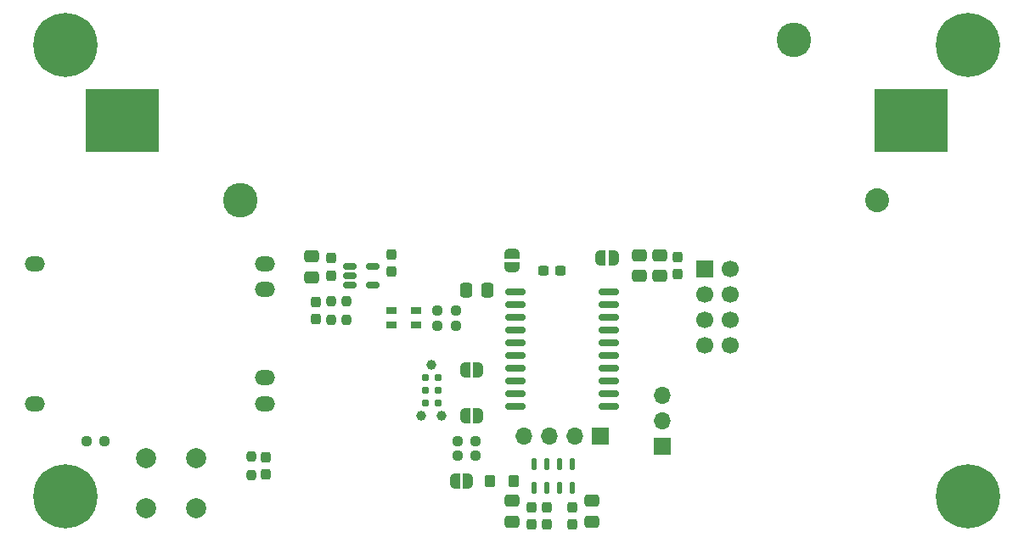
<source format=gbr>
%TF.GenerationSoftware,KiCad,Pcbnew,8.0.5-unknown-202409181836~355805756e~ubuntu24.04.1*%
%TF.CreationDate,2024-09-22T17:28:35+02:00*%
%TF.ProjectId,elevator_altimeter,656c6576-6174-46f7-925f-616c74696d65,rev?*%
%TF.SameCoordinates,Original*%
%TF.FileFunction,Soldermask,Top*%
%TF.FilePolarity,Negative*%
%FSLAX46Y46*%
G04 Gerber Fmt 4.6, Leading zero omitted, Abs format (unit mm)*
G04 Created by KiCad (PCBNEW 8.0.5-unknown-202409181836~355805756e~ubuntu24.04.1) date 2024-09-22 17:28:35*
%MOMM*%
%LPD*%
G01*
G04 APERTURE LIST*
G04 Aperture macros list*
%AMRoundRect*
0 Rectangle with rounded corners*
0 $1 Rounding radius*
0 $2 $3 $4 $5 $6 $7 $8 $9 X,Y pos of 4 corners*
0 Add a 4 corners polygon primitive as box body*
4,1,4,$2,$3,$4,$5,$6,$7,$8,$9,$2,$3,0*
0 Add four circle primitives for the rounded corners*
1,1,$1+$1,$2,$3*
1,1,$1+$1,$4,$5*
1,1,$1+$1,$6,$7*
1,1,$1+$1,$8,$9*
0 Add four rect primitives between the rounded corners*
20,1,$1+$1,$2,$3,$4,$5,0*
20,1,$1+$1,$4,$5,$6,$7,0*
20,1,$1+$1,$6,$7,$8,$9,0*
20,1,$1+$1,$8,$9,$2,$3,0*%
%AMFreePoly0*
4,1,19,0.500000,-0.750000,0.000000,-0.750000,0.000000,-0.744911,-0.071157,-0.744911,-0.207708,-0.704816,-0.327430,-0.627875,-0.420627,-0.520320,-0.479746,-0.390866,-0.500000,-0.250000,-0.500000,0.250000,-0.479746,0.390866,-0.420627,0.520320,-0.327430,0.627875,-0.207708,0.704816,-0.071157,0.744911,0.000000,0.744911,0.000000,0.750000,0.500000,0.750000,0.500000,-0.750000,0.500000,-0.750000,
$1*%
%AMFreePoly1*
4,1,19,0.000000,0.744911,0.071157,0.744911,0.207708,0.704816,0.327430,0.627875,0.420627,0.520320,0.479746,0.390866,0.500000,0.250000,0.500000,-0.250000,0.479746,-0.390866,0.420627,-0.520320,0.327430,-0.627875,0.207708,-0.704816,0.071157,-0.744911,0.000000,-0.744911,0.000000,-0.750000,-0.500000,-0.750000,-0.500000,0.750000,0.000000,0.750000,0.000000,0.744911,0.000000,0.744911,
$1*%
G04 Aperture macros list end*
%ADD10C,3.450000*%
%ADD11C,2.390000*%
%ADD12R,7.340000X6.350000*%
%ADD13C,0.800000*%
%ADD14C,6.400000*%
%ADD15O,2.000000X1.500000*%
%ADD16FreePoly0,270.000000*%
%ADD17FreePoly1,270.000000*%
%ADD18FreePoly0,0.000000*%
%ADD19FreePoly1,0.000000*%
%ADD20FreePoly0,180.000000*%
%ADD21FreePoly1,180.000000*%
%ADD22RoundRect,0.237500X-0.237500X0.300000X-0.237500X-0.300000X0.237500X-0.300000X0.237500X0.300000X0*%
%ADD23RoundRect,0.250000X-0.475000X0.337500X-0.475000X-0.337500X0.475000X-0.337500X0.475000X0.337500X0*%
%ADD24RoundRect,0.150000X-0.512500X-0.150000X0.512500X-0.150000X0.512500X0.150000X-0.512500X0.150000X0*%
%ADD25RoundRect,0.150000X0.875000X0.150000X-0.875000X0.150000X-0.875000X-0.150000X0.875000X-0.150000X0*%
%ADD26RoundRect,0.237500X0.250000X0.237500X-0.250000X0.237500X-0.250000X-0.237500X0.250000X-0.237500X0*%
%ADD27RoundRect,0.237500X-0.237500X0.250000X-0.237500X-0.250000X0.237500X-0.250000X0.237500X0.250000X0*%
%ADD28RoundRect,0.237500X-0.300000X-0.237500X0.300000X-0.237500X0.300000X0.237500X-0.300000X0.237500X0*%
%ADD29C,0.990600*%
%ADD30C,0.787400*%
%ADD31RoundRect,0.237500X-0.250000X-0.237500X0.250000X-0.237500X0.250000X0.237500X-0.250000X0.237500X0*%
%ADD32RoundRect,0.250000X-0.275000X-0.350000X0.275000X-0.350000X0.275000X0.350000X-0.275000X0.350000X0*%
%ADD33RoundRect,0.237500X0.237500X-0.250000X0.237500X0.250000X-0.237500X0.250000X-0.237500X-0.250000X0*%
%ADD34RoundRect,0.237500X0.237500X-0.300000X0.237500X0.300000X-0.237500X0.300000X-0.237500X-0.300000X0*%
%ADD35RoundRect,0.125000X0.125000X-0.475000X0.125000X0.475000X-0.125000X0.475000X-0.125000X-0.475000X0*%
%ADD36O,1.700000X1.700000*%
%ADD37R,1.700000X1.700000*%
%ADD38R,1.000000X0.800000*%
%ADD39C,2.000000*%
%ADD40C,1.700000*%
%ADD41RoundRect,0.250000X0.337500X0.475000X-0.337500X0.475000X-0.337500X-0.475000X0.337500X-0.475000X0*%
G04 APERTURE END LIST*
D10*
%TO.C,BT1*%
X102600000Y-47000000D03*
D11*
X110930000Y-63000000D03*
D10*
X47400000Y-63000000D03*
D12*
X114330000Y-55000000D03*
X35670000Y-55000000D03*
%TD*%
D13*
%TO.C,H4*%
X117600000Y-47500000D03*
X118302944Y-45802944D03*
X118302944Y-49197056D03*
X120000000Y-45100000D03*
D14*
X120000000Y-47500000D03*
D13*
X120000000Y-49900000D03*
X121697056Y-45802944D03*
X121697056Y-49197056D03*
X122400000Y-47500000D03*
%TD*%
D15*
%TO.C,U5*%
X26900000Y-69300000D03*
X26900000Y-83300000D03*
X49900000Y-83300000D03*
X49900000Y-80700000D03*
X49900000Y-71900000D03*
X49900000Y-69300000D03*
%TD*%
D16*
%TO.C,JP5*%
X74500000Y-68350000D03*
D17*
X74500000Y-69650000D03*
%TD*%
D18*
%TO.C,JP4*%
X68850000Y-91000000D03*
D19*
X70150000Y-91000000D03*
%TD*%
D20*
%TO.C,JP3*%
X84650000Y-68750000D03*
D21*
X83350000Y-68750000D03*
%TD*%
D22*
%TO.C,C12*%
X91000000Y-68637500D03*
X91000000Y-70362500D03*
%TD*%
D23*
%TO.C,C9*%
X82490000Y-95037500D03*
X82490000Y-92962500D03*
%TD*%
D24*
%TO.C,U4*%
X58362500Y-69550000D03*
X58362500Y-70500000D03*
X58362500Y-71450000D03*
X60637500Y-71450000D03*
X60637500Y-69550000D03*
%TD*%
D25*
%TO.C,U3*%
X84137500Y-83565000D03*
X84137500Y-82295000D03*
X84137500Y-81025000D03*
X84137500Y-79755000D03*
X84137500Y-78485000D03*
X84137500Y-77215000D03*
X84137500Y-75945000D03*
X84137500Y-74675000D03*
X84137500Y-73405000D03*
X84137500Y-72135000D03*
X74837500Y-72135000D03*
X74837500Y-73405000D03*
X74837500Y-74675000D03*
X74837500Y-75945000D03*
X74837500Y-77215000D03*
X74837500Y-78485000D03*
X74837500Y-79755000D03*
X74837500Y-81025000D03*
X74837500Y-82295000D03*
X74837500Y-83565000D03*
%TD*%
D13*
%TO.C,H3*%
X27600000Y-47500000D03*
X28302944Y-45802944D03*
X28302944Y-49197056D03*
X30000000Y-45100000D03*
D14*
X30000000Y-47500000D03*
D13*
X30000000Y-49900000D03*
X31697056Y-45802944D03*
X31697056Y-49197056D03*
X32400000Y-47500000D03*
%TD*%
D26*
%TO.C,R8*%
X67087500Y-75500000D03*
X68912500Y-75500000D03*
%TD*%
D27*
%TO.C,R4*%
X58000000Y-73087500D03*
X58000000Y-74912500D03*
%TD*%
D28*
%TO.C,C13*%
X77637500Y-70000000D03*
X79362500Y-70000000D03*
%TD*%
D27*
%TO.C,R7*%
X48500000Y-88587500D03*
X48500000Y-90412500D03*
%TD*%
D13*
%TO.C,H2*%
X117600000Y-92500000D03*
X118302944Y-90802944D03*
X118302944Y-94197056D03*
X120000000Y-90100000D03*
D14*
X120000000Y-92500000D03*
D13*
X120000000Y-94900000D03*
X121697056Y-90802944D03*
X121697056Y-94197056D03*
X122400000Y-92500000D03*
%TD*%
D29*
%TO.C,J2*%
X65468000Y-84500000D03*
X67500000Y-84500000D03*
X66484000Y-79420000D03*
D30*
X65849000Y-80690000D03*
X67119000Y-80690000D03*
X65849000Y-81960000D03*
X67119000Y-81960000D03*
X65849000Y-83230000D03*
X67119000Y-83230000D03*
%TD*%
D31*
%TO.C,R2*%
X69087500Y-87000000D03*
X70912500Y-87000000D03*
%TD*%
D32*
%TO.C,FB1*%
X74650000Y-91000000D03*
X72350000Y-91000000D03*
%TD*%
D23*
%TO.C,C7*%
X89250000Y-68462500D03*
X89250000Y-70537500D03*
%TD*%
D13*
%TO.C,H1*%
X27600000Y-92500000D03*
X28302944Y-90802944D03*
X28302944Y-94197056D03*
X30000000Y-90100000D03*
D14*
X30000000Y-92500000D03*
D13*
X30000000Y-94900000D03*
X31697056Y-90802944D03*
X31697056Y-94197056D03*
X32400000Y-92500000D03*
%TD*%
D31*
%TO.C,R1*%
X69087500Y-88500000D03*
X70912500Y-88500000D03*
%TD*%
D18*
%TO.C,JP1*%
X69850000Y-84500000D03*
D19*
X71150000Y-84500000D03*
%TD*%
D22*
%TO.C,C10*%
X62500000Y-68362500D03*
X62500000Y-70087500D03*
%TD*%
%TO.C,C11*%
X80490000Y-95362500D03*
X80490000Y-93637500D03*
%TD*%
%TO.C,C5*%
X56500000Y-68762500D03*
X56500000Y-70487500D03*
%TD*%
D31*
%TO.C,R3*%
X32087500Y-87000000D03*
X33912500Y-87000000D03*
%TD*%
D33*
%TO.C,R6*%
X56500000Y-74912500D03*
X56500000Y-73087500D03*
%TD*%
D34*
%TO.C,C1*%
X55000000Y-74862500D03*
X55000000Y-73137500D03*
%TD*%
D26*
%TO.C,R5*%
X68912500Y-74000000D03*
X67087500Y-74000000D03*
%TD*%
D23*
%TO.C,C4*%
X54500000Y-68587500D03*
X54500000Y-70662500D03*
%TD*%
D35*
%TO.C,U1*%
X76740000Y-89350000D03*
X77990000Y-89350000D03*
X79240000Y-89350000D03*
X80490000Y-89350000D03*
X80490000Y-91650000D03*
X79240000Y-91650000D03*
X77990000Y-91650000D03*
X76740000Y-91650000D03*
%TD*%
D36*
%TO.C,J3*%
X75680000Y-86500000D03*
X78220000Y-86500000D03*
X80760000Y-86500000D03*
D37*
X83300000Y-86500000D03*
%TD*%
D18*
%TO.C,JP2*%
X69850000Y-79950000D03*
D19*
X71150000Y-79950000D03*
%TD*%
D22*
%TO.C,C2*%
X77990000Y-95362500D03*
X77990000Y-93637500D03*
%TD*%
D23*
%TO.C,C8*%
X87250000Y-68462500D03*
X87250000Y-70537500D03*
%TD*%
D22*
%TO.C,C3*%
X50000000Y-88637500D03*
X50000000Y-90362500D03*
%TD*%
D23*
%TO.C,C14*%
X74500000Y-95037500D03*
X74500000Y-92962500D03*
%TD*%
D38*
%TO.C,D1*%
X64966000Y-75390000D03*
X64966000Y-73990000D03*
X62466000Y-73990000D03*
X62466000Y-75390000D03*
%TD*%
D39*
%TO.C,SW1*%
X43050000Y-93743743D03*
X38050000Y-93743743D03*
X43050000Y-88743743D03*
X38050000Y-88743743D03*
%TD*%
D37*
%TO.C,U2*%
X93710500Y-69875000D03*
D40*
X96250500Y-69875000D03*
X93710500Y-72415000D03*
X96250500Y-72415000D03*
X93710500Y-74955000D03*
X96250500Y-74955000D03*
X93710500Y-77495000D03*
X96250500Y-77495000D03*
%TD*%
D41*
%TO.C,C6*%
X72037500Y-72000000D03*
X69962500Y-72000000D03*
%TD*%
D37*
%TO.C,J1*%
X89500000Y-87525000D03*
D36*
X89500000Y-84985000D03*
X89500000Y-82445000D03*
%TD*%
D22*
%TO.C,C15*%
X76500000Y-95362500D03*
X76500000Y-93637500D03*
%TD*%
M02*

</source>
